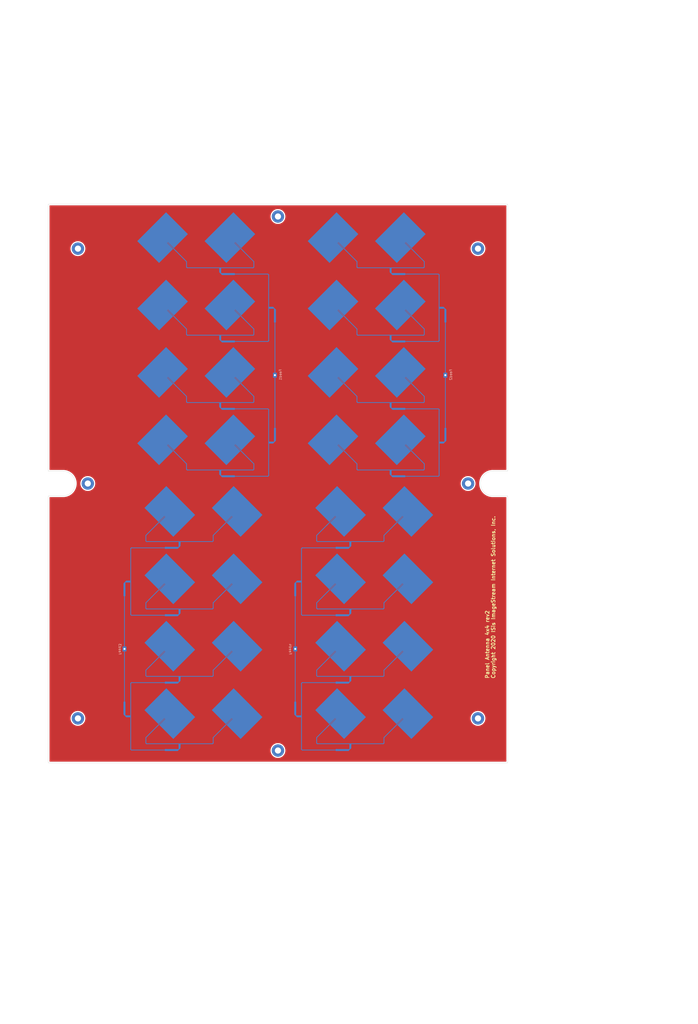
<source format=kicad_pcb>
(kicad_pcb (version 20210108) (generator pcbnew)
  (layers (0 "F.Cu" signal) (31 "B.Cu" signal) (34 "B.Paste" user) (35 "F.Paste" user) (36 "B.SilkS" user "B.Silkscreen") (37 "F.SilkS" user "F.Silkscreen") (38 "B.Mask" user) (39 "F.Mask" user) (44 "Edge.Cuts" user))
  (net 0 "")
  (net 1 "GND")
  (net 2 "/A1E1")
  (net 3 "/A1E2")
  (net 4 "/A1E3S2")
  (net 5 "/A1E3")
  (net 6 "/A1E4")
  (net 7 "/A1E5")
  (net 8 "/A1E6")
  (net 9 "/A1E7")
  (net 10 "/A1E8")
  (net 11 "/A1P1")
  (footprint "MountingHole:MountingHole_2.5mm_Pad_TopBottom" (layer "F.Cu") (at 93 5)
    (fp_text reference "H10" hide)
    (fp_text value "Mounting Hole")
  )
  (footprint "MountingHole:MountingHole_2.5mm_Pad_TopBottom" (layer "F.Cu") (at 170 113)
    (fp_text reference "H12" hide)
    (fp_text value "Mounting Hole")
  )
  (footprint "MountingHole:MountingHole_2.5mm_Pad_TopBottom" (layer "F.Cu") (at 174 208 90)
    (fp_text reference "H4" hide)
    (fp_text value "Mounting Hole")
  )
  (footprint "MountingHole:MountingHole_2.5mm_Pad_TopBottom" (layer "F.Cu") (at 93 221)
    (fp_text reference "H9" hide)
    (fp_text value "Mounting Hole")
  )
  (footprint "MountingHole:MountingHole_2.5mm_Pad_TopBottom" (layer "F.Cu") (at 174 18)
    (fp_text reference "H2" hide)
    (fp_text value "Mounting Hole")
  )
  (footprint "MountingHole:MountingHole_2.5mm_Pad_TopBottom" (layer "F.Cu") (at 12 208)
    (fp_text reference "H3" hide)
    (fp_text value "Mounting Hole")
  )
  (footprint "MountingHole:MountingHole_2.5mm_Pad_TopBottom" (layer "F.Cu") (at 12 18)
    (fp_text reference "H1" hide)
    (fp_text value "Mounting Hole")
  )
  (footprint "MountingHole:MountingHole_2.5mm_Pad_TopBottom" (layer "F.Cu") (at 16 113)
    (fp_text reference "H11" hide)
    (fp_text value "Mounting Hole")
  )
  (footprint "Scott:PanelAnt5.0_V_UP_100R" (layer "B.Cu") (at 46.28 13.54 45)
    (fp_text reference "AE5" hide)
    (fp_text value "Antenna" hide)
  )
  (footprint "Scott:PanelAnt5.0_V_UP_100R" (layer "B.Cu") (at 49.208296 178.81 -45)
    (fp_text reference "AE5" hide)
    (fp_text value "Antenna" hide)
  )
  (footprint "Scott-RF-JLCPCB-1.2mm7628-4layer:RF-Transformer-70.71ohm" (layer "B.Cu") (at 53.148296 193.54)
    (fp_text reference "REF**" hide)
    (fp_text value "RF-Transformer-70.71ohm" hide)
  )
  (footprint "Scott:PanelAnt5.0_V_UP_100R" (layer "B.Cu") (at 76.468296 124.29 -45)
    (fp_text reference "AE7" hide)
    (fp_text value "Antenna" hide)
  )
  (footprint "Scott:PanelAnt5.0_V_UP_100R" (layer "B.Cu") (at 142.56 95.32 45)
    (fp_text reference "AE4" hide)
    (fp_text value "Antenna" hide)
  )
  (footprint "Scott-RF-JLCPCB-1.2mm7628-4layer:RF-Transformer-70.71ohm" (layer "B.Cu") (at 122.305 139.02)
    (fp_text reference "REF**" hide)
    (fp_text value "RF-Transformer-70.71ohm" hide)
  )
  (footprint "Scott-RF-JLCPCB-1.2mm7628-4layer:RF-Angle-100ohm" (layer "B.Cu") (at 108.673864 218.251704 -90)
    (fp_text reference "AA5" hide)
    (fp_text value "RFAngle" hide)
  )
  (footprint "Scott:Flat_Ant_Hole" (layer "B.Cu") (at 91.77 69.175 90)
    (fp_text reference "Feed1")
    (fp_text value "Feed1")
  )
  (footprint "Scott-RF-JLCPCB-1.2mm7628-4layer:RF-Transformer-70.71ohm-Right" (layer "B.Cu") (at 69.615 82.805)
    (fp_text reference "REF**" hide)
    (fp_text value "RF-Transformer-70.71ohm-Right" hide)
  )
  (footprint "Scott-RF-JLCPCB-1.2mm7628-4layer:RF-Angle-100ohm" (layer "B.Cu") (at 102.545 139.02 180)
    (fp_text reference "AA5" hide)
    (fp_text value "RFAngle" hide)
  )
  (footprint "Scott-RF-JLCPCB-1.2mm7628-4layer:RF-Transformer-70.71ohm-Right" (layer "B.Cu") (at 91.785 96.435 90)
    (fp_text reference "REF**" hide)
    (fp_text value "RF-Transformer-70.71ohm-Right" hide)
  )
  (footprint "Scott:PanelAnt5.0_V_UP_100R" (layer "B.Cu") (at 145.625 124.29 -45)
    (fp_text reference "AE7" hide)
    (fp_text value "Antenna" hide)
  )
  (footprint "Scott-RF-JLCPCB-1.2mm7628-4layer:RF-Transformer-70.71ohm" (layer "B.Cu") (at 122.305 193.54)
    (fp_text reference "REF**" hide)
    (fp_text value "RF-Transformer-70.71ohm" hide)
  )
  (footprint "Scott-RF-JLCPCB-1.2mm7628-4layer:RF-Transformer-70.71ohm" (layer "B.Cu") (at 100 207.17 -90)
    (fp_text reference "REF**" hide)
    (fp_text value "RF-Transformer-70.71ohm" hide)
  )
  (footprint "Scott:PanelAnt5.0_V_UP_100R" (layer "B.Cu") (at 115.3 95.32 45)
    (fp_text reference "AE2" hide)
    (fp_text value "Antenna" hide)
  )
  (footprint "Scott:PanelAnt5.0_V_UP_100R" (layer "B.Cu") (at 73.54 40.8 45)
    (fp_text reference "AE8" hide)
    (fp_text value "Antenna" hide)
  )
  (footprint "Scott-RF-JLCPCB-1.2mm7628-4layer:RF-Transformer-70.71ohm" (layer "B.Cu") (at 53.148296 166.28)
    (fp_text reference "REF**" hide)
    (fp_text value "RF-Transformer-70.71ohm" hide)
  )
  (footprint "Scott:PanelAnt5.0_V_UP_100R" (layer "B.Cu") (at 76.468296 178.81 -45)
    (fp_text reference "AE7" hide)
    (fp_text value "Antenna" hide)
  )
  (footprint "Scott:PanelAnt5.0_V_UP_100R" (layer "B.Cu") (at 49.208296 124.29 -45)
    (fp_text reference "AE5" hide)
    (fp_text value "Antenna" hide)
  )
  (footprint "Scott:PanelAnt5.0_V_UP_100R" (layer "B.Cu") (at 115.3 13.54 45)
    (fp_text reference "AE5" hide)
    (fp_text value "Antenna" hide)
  )
  (footprint "Scott-RF-JLCPCB-1.2mm7628-4layer:RF-Transformer-70.71ohm-Right" (layer "B.Cu") (at 69.615 110.065)
    (fp_text reference "REF**" hide)
    (fp_text value "RF-Transformer-70.71ohm-Right" hide)
  )
  (footprint "Scott-RF-JLCPCB-1.2mm7628-4layer:RF-Transformer-70.71ohm-Right" (layer "B.Cu") (at 69.615 55.545)
    (fp_text reference "REF**" hide)
    (fp_text value "RF-Transformer-70.71ohm-Right" hide)
  )
  (footprint "Scott-RF-JLCPCB-1.2mm7628-4layer:RF-Transformer-70.71ohm-Right" (layer "B.Cu") (at 69.615 28.285)
    (fp_text reference "REF**" hide)
    (fp_text value "RF-Transformer-70.71ohm-Right" hide)
  )
  (footprint "Scott-RF-JLCPCB-1.2mm7628-4layer:RF-Angle-100ohm" (layer "B.Cu") (at 102.545 220.8 -90)
    (fp_text reference "AA5" hide)
    (fp_text value "RFAngle" hide)
  )
  (footprint "Scott:PanelAnt5.0_V_UP_100R" (layer "B.Cu") (at 118.365 124.29 -45)
    (fp_text reference "AE5" hide)
    (fp_text value "Antenna" hide)
  )
  (footprint "Scott-RF-JLCPCB-1.2mm7628-4layer:RF-Angle-100ohm" (layer "B.Cu") (at 158.26 55.545)
    (fp_text reference "AA5" hide)
    (fp_text value "RFAngle" hide)
  )
  (footprint "Scott:PanelAnt5.0_V_UP_100R" (layer "B.Cu") (at 46.28 40.8 45)
    (fp_text reference "AE6" hide)
    (fp_text value "Antenna" hide)
  )
  (footprint "Scott-RF-JLCPCB-1.2mm7628-4layer:RF-Angle-100ohm" (layer "B.Cu") (at 39.518296 136.475 -90)
    (fp_text reference "AA5" hide)
    (fp_text value "RFAngle" hide)
  )
  (footprint "Scott-RF-JLCPCB-1.2mm7628-4layer:RF-Angle-100ohm" (layer "B.Cu") (at 158.26 110.065)
    (fp_text reference "AA5" hide)
    (fp_text value "RFAngle" hide)
  )
  (footprint "Scott-RF-JLCPCB-1.2mm7628-4layer:RF-Transformer-70.71ohm" (layer "B.Cu") (at 122.305 166.28)
    (fp_text reference "REF**" hide)
    (fp_text value "RF-Transformer-70.71ohm" hide)
  )
  (footprint "Scott-RF-JLCPCB-1.2mm7628-4layer:RF-Transformer-70.71ohm-Right" (layer "B.Cu") (at 138.635 28.285)
    (fp_text reference "REF**" hide)
    (fp_text value "RF-Transformer-70.71ohm-Right" hide)
  )
  (footprint "Scott-RF-JLCPCB-1.2mm7628-4layer:RF-Angle-100ohm" (layer "B.Cu") (at 108.675 136.475 -90)
    (fp_text reference "AA5" hide)
    (fp_text value "RFAngle" hide)
  )
  (footprint "Scott:PanelAnt5.0_V_UP_100R" (layer "B.Cu") (at 145.625 206.07 -45)
    (fp_text reference "AE8" hide)
    (fp_text value "Antenna" hide)
  )
  (footprint "Scott:PanelAnt5.0_V_UP_100R" (layer "B.Cu") (at 145.625 178.81 -45)
    (fp_text reference "AE7" hide)
    (fp_text value "Antenna" hide)
  )
  (footprint "Scott-RF-JLCPCB-1.2mm7628-4layer:RF-Angle-100ohm" (layer "B.Cu") (at 135.935 136.475)
    (fp_text reference "AA5" hide)
    (fp_text value "RFAngle" hide)
  )
  (footprint "Scott:PanelAnt5.0_V_UP_100R" (layer "B.Cu") (at 118.365 151.55 -45)
    (fp_text reference "AE6" hide)
    (fp_text value "Antenna" hide)
  )
  (footprint "Scott-RF-JLCPCB-1.2mm7628-4layer:RF-Angle-100ohm" (layer "B.Cu") (at 135.933864 163.731704)
    (fp_text reference "AA5" hide)
    (fp_text value "RFAngle" hide)
  )
  (footprint "Scott-RF-JLCPCB-1.2mm7628-4layer:RF-Angle-100ohm" (layer "B.Cu") (at 89.24 110.065)
    (fp_text reference "AA5" hide)
    (fp_text value "RFAngle" hide)
  )
  (footprint "Scott-RF-JLCPCB-1.2mm7628-4layer:RF-Transformer-70.71ohm-Right" (layer "B.Cu") (at 160.805 96.435 90)
    (fp_text reference "REF**" hide)
    (fp_text value "RF-Transformer-70.71ohm-Right" hide)
  )
  (footprint "Scott-RF-JLCPCB-1.2mm7628-4layer:RF-Transformer-70.71ohm-Right" (layer "B.Cu") (at 30.843296 152.65 -90)
    (fp_text reference "REF**" hide)
    (fp_text value "RF-Transformer-70.71ohm-Right" hide)
  )
  (footprint "Scott-RF-JLCPCB-1.2mm7628-4layer:RF-Angle-100ohm" (layer "B.Cu") (at 158.26 28.285 90)
    (fp_text reference "AA5" hide)
    (fp_text value "RFAngle" hide)
  )
  (footprint "Scott:PanelAnt5.0_V_UP_100R" (layer "B.Cu") (at 76.468296 151.55 -45)
    (fp_text reference "AE8" hide)
    (fp_text value "Antenna" hide)
  )
  (footprint "Scott:Flat_Ant_Hole" (layer "B.Cu") (at 30.858296 179.91 -90)
    (fp_text reference "Feed3")
    (fp_text value "Feed1")
  )
  (footprint "Scott:PanelAnt5.0_V_UP_100R" (layer "B.Cu") (at 142.56 40.8 45)
    (fp_text reference "AE8" hide)
    (fp_text value "Antenna" hide)
  )
  (footprint "Scott-RF-JLCPCB-1.2mm7628-4layer:RF-Transformer-70.71ohm-Right" (layer "B.Cu") (at 138.635 55.545)
    (fp_text reference "REF**" hide)
    (fp_text value "RF-Transformer-70.71ohm-Right" hide)
  )
  (footprint "Scott-RF-JLCPCB-1.2mm7628-4layer:RF-Angle-100ohm" (layer "B.Cu") (at 125 80.26 -90)
    (fp_text reference "AA5" hide)
    (fp_text value "RFAngle" hide)
  )
  (footprint "Scott:PanelAnt5.0_V_UP_100R" (layer "B.Cu") (at 118.365 206.07 -45)
    (fp_text reference "AE6" hide)
    (fp_text value "Antenna" hide)
  )
  (footprint "Scott:PanelAnt5.0_V_UP_100R" (layer "B.Cu") (at 49.208296 151.55 -45)
    (fp_text reference "AE6" hide)
    (fp_text value "Antenna" hide)
  )
  (footprint "Scott-RF-JLCPCB-1.2mm7628-4layer:RF-Angle-100ohm" (layer "B.Cu") (at 83.24 107.52)
    (fp_text reference "AA5" hide)
    (fp_text value "RFAngle" hide)
  )
  (footprint "Scott-RF-JLCPCB-1.2mm7628-4layer:RF-Angle-100ohm" (layer "B.Cu") (at 108.675 190.995 -90)
    (fp_text reference "AA5" hide)
    (fp_text value "RFAngle" hide)
  )
  (footprint "Scott-RF-JLCPCB-1.2mm7628-4layer:RF-Transformer-70.71ohm" (layer "B.Cu") (at 122.305 220.8)
    (fp_text reference "REF**" hide)
    (fp_text value "RF-Transformer-70.71ohm" hide)
  )
  (footprint "Scott-RF-JLCPCB-1.2mm7628-4layer:RF-Angle-100ohm" (layer "B.Cu") (at 55.98 107.52 -90)
    (fp_text reference "AA5" hide)
    (fp_text value "RFAngle" hide)
  )
  (footprint "Scott-RF-JLCPCB-1.2mm7628-4layer:RF-Angle-100ohm" (layer "B.Cu") (at 89.24 82.805 90)
    (fp_text reference "AA5" hide)
    (fp_text value "RFAngle" hide)
  )
  (footprint "Scott-RF-JLCPCB-1.2mm7628-4layer:RF-Angle-100ohm" (layer "B.Cu") (at 39.51716 218.251704 -90)
    (fp_text reference "AA5" hide)
    (fp_text value "RFAngle" hide)
  )
  (footprint "Scott:PanelAnt5.0_V_UP_100R" (layer "B.Cu") (at 118.365 178.81 -45)
    (fp_text reference "AE5" hide)
    (fp_text value "Antenna" hide)
  )
  (footprint "Scott-RF-JLCPCB-1.2mm7628-4layer:RF-Angle-100ohm" (layer "B.Cu") (at 158.26 82.805 90)
    (fp_text reference "AA5" hide)
    (fp_text value "RFAngle" hide)
  )
  (footprint "Scott-RF-JLCPCB-1.2mm7628-4layer:RF-Angle-100ohm" (layer "B.Cu") (at 89.24 28.285 90)
    (fp_text reference "AA5" hide)
    (fp_text value "RFAngle" hide)
  )
  (footprint "Scott-RF-JLCPCB-1.2mm7628-4layer:RF-Angle-100ohm" (layer "B.Cu") (at 102.545 193.54 180)
    (fp_text reference "AA5" hide)
    (fp_text value "RFAngle" hide)
  )
  (footprint "Scott-RF-JLCPCB-1.2mm7628-4layer:RF-Angle-100ohm" (layer "B.Cu") (at 102.545 166.28 -90)
    (fp_text reference "AA5" hide)
    (fp_text value "RFAngle" hide)
  )
  (footprint "Scott-RF-JLCPCB-1.2mm7628-4layer:RF-Angle-100ohm" (layer "B.Cu") (at 83.24 80.26)
    (fp_text reference "AA5" hide)
    (fp_text value "RFAngle" hide)
  )
  (footprint "Scott-RF-JLCPCB-1.2mm7628-4layer:RF-Angle-100ohm" (layer "B.Cu") (at 55.98 53 -90)
    (fp_text reference "AA5" hide)
    (fp_text value "RFAngle" hide)
  )
  (footprint "Scott-RF-JLCPCB-1.2mm7628-4layer:RF-Angle-100ohm" (layer "B.Cu") (at 89.24 55.545)
    (fp_text reference "AA5" hide)
    (fp_text value "RFAngle" hide)
  )
  (footprint "Scott-RF-JLCPCB-1.2mm7628-4layer:RF-Angle-100ohm" (layer "B.Cu") (at 33.388296 139.02 180)
    (fp_text reference "AA5" hide)
    (fp_text value "RFAngle" hide)
  )
  (footprint "Scott-RF-JLCPCB-1.2mm7628-4layer:RF-Transformer-70.71ohm" (layer "B.Cu") (at 53.148296 220.8)
    (fp_text reference "REF**" hide)
    (fp_text value "RF-Transformer-70.71ohm" hide)
  )
  (footprint "Scott-RF-JLCPCB-1.2mm7628-4layer:RF-Angle-100ohm" (layer "B.Cu") (at 125 25.74 -90)
    (fp_text reference "AA5" hide)
    (fp_text value "RFAngle" hide)
  )
  (footprint "Scott-RF-JLCPCB-1.2mm7628-4layer:RF-Transformer-70.71ohm" (layer "B.Cu") (at 91.785 41.915 90)
    (fp_text reference "REF**" hide)
    (fp_text value "RF-Transformer-70.71ohm" hide)
  )
  (footprint "Scott-RF-JLCPCB-1.2mm7628-4layer:RF-Angle-100ohm" (layer "B.Cu") (at 152.26 25.74)
    (fp_text reference "AA5" hide)
    (fp_text value "RFAngle" hide)
  )
  (footprint "Scott-RF-JLCPCB-1.2mm7628-4layer:RF-Transformer-70.71ohm" (layer "B.Cu") (at 53.148296 139.02)
    (fp_text reference "REF**" hide)
    (fp_text value "RF-Transformer-70.71ohm" hide)
  )
  (footprint "Scott-RF-JLCPCB-1.2mm7628-4layer:RF-Angle-100ohm" (layer "B.Cu") (at 152.26 107.52)
    (fp_text reference "AA5" hide)
    (fp_text value "RFAngle" hide)
  )
  (footprint "Scott-RF-JLCPCB-1.2mm7628-4layer:RF-Angle-100ohm" (layer "B.Cu") (at 135.933864 218.251704)
    (fp_text reference "AA5" hide)
    (fp_text value "RFAngle" hide)
  )
  (footprint "Scott:Flat_Ant_Hole" (layer "B.Cu") (at 100.015 179.91 -90)
    (fp_text reference "Feed4")
    (fp_text value "Feed1")
  )
  (footprint "Scott:PanelAnt5.0_V_UP_100R" (layer "B.Cu") (at 73.54 13.54 45)
    (fp_text reference "AE7" hide)
    (fp_text value "Antenna" hide)
  )
  (footprint "Scott:PanelAnt5.0_V_UP_100R" (layer "B.Cu") (at 46.28 68.06 45)
    (fp_text reference "AE1" hide)
    (fp_text value "Antenna" hide)
  )
  (footprint "Scott-RF-JLCPCB-1.2mm7628-4layer:RF-Angle-100ohm" (layer "B.Cu") (at 39.51716 163.731704 -90)
    (fp_text reference "AA5" hide)
    (fp_text value "RFAngle" hide)
  )
  (footprint "Scott-RF-JLCPCB-1.2mm7628-4layer:RF-Transformer-70.71ohm-Right" (layer "B.Cu") (at 100 152.65 -90)
    (fp_text reference "REF**" hide)
    (fp_text value "RF-Transformer-70.71ohm-Right" hide)
  )
  (footprint "Scott-RF-JLCPCB-1.2mm7628-4layer:RF-Angle-100ohm" (layer "B.Cu") (at 39.518296 190.995 -90)
    (fp_text reference "AA5" hide)
    (fp_text value "RFAngle" hide)
  )
  (footprint "Scott-RF-JLCPCB-1.2mm7628-4layer:RF-Angle-100ohm" (layer "B.Cu") (at 33.388296 166.28 -90)
    (fp_text reference "AA5" hide)
    (fp_text value "RFAngle" hide)
  )
  (footprint "Scott:PanelAnt5.0_V_UP_100R" (layer "B.Cu") (at 73.54 95.32 45)
    (fp_text reference "AE4" hide)
    (fp_text value "Antenna" hide)
  )
  (footprint "Scott:PanelAnt5.0_V_UP_100R" (layer "B.Cu") (at 142.56 68.06 45)
    (fp_text reference "AE3" hide)
    (fp_text value "Antenna" hide)
  )
  (footprint "Scott-RF-JLCPCB-1.2mm7628-4layer:RF-Angle-100ohm" (layer "B.Cu") (at 55.98 80.26 -90)
    (fp_text reference "AA5" hide)
    (fp_text value "RFAngle" hide)
  )
  (footprint "Scott:PanelAnt5.0_V_UP_100R" (layer "B.Cu") (at 142.56 13.54 45)
    (fp_text reference "AE7" hide)
    (fp_text value "Antenna" hide)
  )
  (footprint "Scott-RF-JLCPCB-1.2mm7628-4layer:RF-Angle-100ohm" (layer "B.Cu") (at 55.98 25.74 -90)
    (fp_text reference "AA5" hide)
    (fp_text value "RFAngle" hide)
  )
  (footprint "Scott:PanelAnt5.0_V_UP_100R" (layer "B.Cu") (at 46.28 95.32 45)
    (fp_text reference "AE2" hide)
    (fp_text value "Antenna" hide)
  )
  (footprint "Scott:Flat_Ant_Hole" (layer "B.Cu") (at 160.79 69.175 90)
    (fp_text reference "Feed2")
    (fp_text value "Feed1")
  )
  (footprint "Scott-RF-JLCPCB-1.2mm7628-4layer:RF-Angle-100ohm" (layer "B.Cu") (at 152.26 80.26)
    (fp_text reference "AA5" hide)
    (fp_text value "RFAngle" hide)
  )
  (footprint "Scott-RF-JLCPCB-1.2mm7628-4layer:RF-Transformer-70.71ohm-Right" (layer "B.Cu") (at 138.635 82.805)
    (fp_text reference "REF**" hide)
    (fp_text value "RF-Transformer-70.71ohm-Right" hide)
  )
  (footprint "Scott-RF-JLCPCB-1.2mm7628-4layer:RF-Transformer-70.71ohm-Right" (layer "B.Cu") (at 138.635 110.065)
    (fp_text reference "REF**" hide)
    (fp_text value "RF-Transformer-70.71ohm-Right" hide)
  )
  (footprint "Scott-RF-JLCPCB-1.2mm7628-4layer:RF-Angle-100ohm" (layer "B.Cu") (at 83.24 53)
    (fp_text reference "AA5" hide)
    (fp_text value "RFAngle" hide)
  )
  (footprint "Scott-RF-JLCPCB-1.2mm7628-4layer:RF-Angle-100ohm" (layer "B.Cu") (at 66.77716 163.731704)
    (fp_text reference "AA5" hide)
    (fp_text value "RFAngle" hide)
  )
  (footprint "Scott:PanelAnt5.0_V_UP_100R" (layer "B.Cu") (at 73.54 68.06 45)
    (fp_text reference "AE3" hide)
    (fp_text value "Antenna" hide)
  )
  (footprint "Scott-RF-JLCPCB-1.2mm7628-4layer:RF-Angle-100ohm" (layer "B.Cu") (at 135.935 190.995)
    (fp_text reference "AA5" hide)
    (fp_text value "RFAngle" hide)
  )
  (footprint "Scott-RF-JLCPCB-1.2mm7628-4layer:RF-Angle-100ohm" (layer "B.Cu") (at 125 53 -90)
    (fp_text reference "AA5" hide)
    (fp_text value "RFAngle" hide)
  )
  (footprint "Scott-RF-JLCPCB-1.2mm7628-4layer:RF-Angle-100ohm" (layer "B.Cu") (at 33.388296 220.8 -90)
    (fp_text reference "AA5" hide)
    (fp_text value "RFAngle" hide)
  )
  (footprint "Scott-RF-JLCPCB-1.2mm7628-4layer:RF-Transformer-70.71ohm" (layer "B.Cu") (at 160.805 41.915 90)
    (fp_text reference "REF**" hide)
    (fp_text value "RF-Transformer-70.71ohm" hide)
  )
  (footprint "Scott-RF-JLCPCB-1.2mm7628-4layer:RF-Angle-100ohm" (layer "B.Cu") (at 108.673864 163.731704 -90)
    (fp_text reference "AA5" hide)
    (fp_text value "RFAngle" hide)
  )
  (footprint "Scott:PanelAnt5.0_V_UP_100R" (layer "B.Cu") (at 49.208296 206.07 -45)
    (fp_text reference "AE6" hide)
    (fp_text value "Antenna" hide)
  )
  (footprint "Scott-RF-JLCPCB-1.2mm7628-4layer:RF-Angle-100ohm" (layer "B.Cu") (at 66.77716 218.251704)
    (fp_text reference "AA5" hide)
    (fp_text value "RFAngle" hide)
  )
  (footprint "Scott-RF-JLCPCB-1.2mm7628-4layer:RF-Transformer-70.71ohm" (layer "B.Cu") (at 30.843296 207.17 -90)
    (fp_text reference "REF**" hide)
    (fp_text value "RF-Transformer-70.71ohm" hide)
  )
  (footprint "Scott:PanelAnt5.0_V_UP_100R" (layer "B.Cu") (at 145.625 151.55 -45)
    (fp_text reference "AE8" hide)
    (fp_text value "Antenna" hide)
  )
  (footprint "Scott-RF-JLCPCB-1.2mm7628-4layer:RF-Angle-100ohm" (layer "B.Cu") (at 33.388296 193.54 180)
    (fp_text reference "AA5" hide)
    (fp_text value "RFAngle" hide)
  )
  (footprint "Scott-RF-JLCPCB-1.2mm7628-4layer:RF-Angle-100ohm" (layer "B.Cu") (at 66.778296 190.995)
    (fp_text reference "AA5" hide)
    (fp_text value "RFAngle" hide)
  )
  (footprint "Scott-RF-JLCPCB-1.2mm7628-4layer:RF-Angle-100ohm" (layer "B.Cu") (at 125 107.52 -90)
    (fp_text reference "AA5" hide)
    (fp_text value "RFAngle" hide)
  )
  (footprint "Scott:PanelAnt5.0_V_UP_100R" (layer "B.Cu") (at 115.3 68.06 45)
    (fp_text reference "AE1" hide)
    (fp_text value "Antenna" hide)
  )
  (footprint "Scott:PanelAnt5.0_V_UP_100R" (layer "B.Cu") (at 115.3 40.8 45)
    (fp_text reference "AE6" hide)
    (fp_text value "Antenna" hide)
  )
  (footprint "Scott-RF-JLCPCB-1.2mm7628-4layer:RF-Angle-100ohm" (layer "B.Cu") (at 83.24 25.74)
    (fp_text reference "AA5" hide)
    (fp_text value "RFAngle" hide)
  )
  (footprint "Scott:PanelAnt5.0_V_UP_100R" (layer "B.Cu") (at 76.468296 206.07 -45)
    (fp_text reference "AE8" hide)
    (fp_text value "Antenna" hide)
  )
  (footprint "Scott-RF-JLCPCB-1.2mm7628-4layer:RF-Angle-100ohm" (layer "B.Cu") (at 152.26 53)
    (fp_text reference "AA5" hide)
    (fp_text value "RFAngle" hide)
  )
  (footprint "Scott-RF-JLCPCB-1.2mm7628-4layer:RF-Angle-100ohm" (layer "B.Cu") (at 66.778296 136.475)
    (fp_text reference "AA5" hide)
    (fp_text value "RFAngle" hide)
  )
  (gr_line (start 6 118) (end 0 118) (layer "Edge.Cuts") (width 0.1))
  (gr_line (start 186 118) (end 186 226) (layer "Edge.Cuts") (width 0.1))
  (gr_line (start 180 108) (end 186 108) (layer "Edge.Cuts") (width 0.1))
  (gr_line (start 0 0) (end 186 0) (layer "Edge.Cuts") (width 0.1))
  (gr_arc (start 6 113) (end 6 118) (angle -180) (layer "Edge.Cuts") (width 0.1))
  (gr_line (start 0 226) (end 0 118) (layer "Edge.Cuts") (width 0.1))
  (gr_arc (start 180 113) (end 180 108) (angle -180) (layer "Edge.Cuts") (width 0.1))
  (gr_line (start 180 118) (end 186 118) (layer "Edge.Cuts") (width 0.1))
  (gr_line (start 0 108) (end 0 0) (layer "Edge.Cuts") (width 0.1))
  (gr_line (start 0 226) (end 186 226) (layer "Edge.Cuts") (width 0.1))
  (gr_line (start 6 108) (end 0 108) (layer "Edge.Cuts") (width 0.1))
  (gr_line (start 186 0) (end 186 108) (layer "Edge.Cuts") (width 0.1))
  (gr_text "Panel Antenna 4x4 rev2\nCopyright 2020 ISis ImageStream Internet Solutions, Inc." (at 179 192 90) (layer "F.SilkS") (effects (font (size 1.5 1.5) (thickness 0.3)) (justify left)))
  (segment (start 55.98 23.245) (end 54.98 22.245) (width 0.3082) (layer "B.Cu") (net 4))
  (segment (start 43.748296 157.005568) (end 39.51716 161.236704) (width 0.3082) (layer "B.Cu") (net 4))
  (segment (start 39.518296 136.19) (end 39.518296 133.98) (width 0.3082) (layer "B.Cu") (net 4))
  (segment (start 55.98 79.975) (end 55.98 77.765) (width 0.3082) (layer "B.Cu") (net 4))
  (segment (start 125 107.235) (end 125 105.025) (width 0.3082) (layer "B.Cu") (net 4))
  (segment (start 124 76.76) (end 120.78 73.54) (width 0.3082) (layer "B.Cu") (net 4))
  (segment (start 158.26 28.606) (end 158.26 55.215) (width 0.3082) (layer "B.Cu") (net 4))
  (segment (start 39.518296 190.71) (end 39.518296 188.5) (width 0.3082) (layer "B.Cu") (net 4))
  (segment (start 43.748296 211.525568) (end 39.51716 215.756704) (width 0.3082) (layer "B.Cu") (net 4))
  (segment (start 108.673864 217.966704) (end 108.673864 215.756704) (width 0.3082) (layer "B.Cu") (net 4))
  (segment (start 54.98 22.245) (end 54.98 22.24) (width 0.3082) (layer "B.Cu") (net 4))
  (segment (start 33.709296 139.02) (end 47.358296 139.02) (width 0.3082) (layer "B.Cu") (net 4))
  (segment (start 54.98 76.765) (end 54.98 76.76) (width 0.3082) (layer "B.Cu") (net 4))
  (segment (start 54.98 104.02) (end 51.74 100.78) (width 0.3082) (layer "B.Cu") (net 4))
  (segment (start 33.388296 220.479) (end 33.388296 193.87) (width 0.3082) (layer "B.Cu") (net 4))
  (segment (start 124 104.025) (end 124 104.02) (width 0.3082) (layer "B.Cu") (net 4))
  (segment (start 157.939 55.545) (end 144.29 55.545) (width 0.3082) (layer "B.Cu") (net 4))
  (segment (start 89.24 28.606) (end 89.24 55.215) (width 0.3082) (layer "B.Cu") (net 4))
  (segment (start 124 22.245) (end 124 22.24) (width 0.3082) (layer "B.Cu") (net 4))
  (segment (start 55.98 50.505) (end 55.98 52.715) (width 0.3082) (layer "B.Cu") (net 4))
  (segment (start 54.98 76.76) (end 51.76 73.54) (width 0.3082) (layer "B.Cu") (net 4))
  (segment (start 157.939 110.065) (end 144.29 110.065) (width 0.3082) (layer "B.Cu") (net 4))
  (segment (start 55.98 77.765) (end 54.98 76.765) (width 0.3082) (layer "B.Cu") (net 4))
  (segment (start 158.26 83.126) (end 158.26 109.735) (width 0.3082) (layer "B.Cu") (net 4))
  (segment (start 102.866 193.54) (end 116.515 193.54) (width 0.3082) (layer "B.Cu") (net 4))
  (segment (start 124 76.765) (end 124 76.76) (width 0.3082) (layer "B.Cu") (net 4))
  (segment (start 125 77.765) (end 124 76.765) (width 0.3082) (layer "B.Cu") (net 4))
  (segment (start 54.98 22.24) (end 51.75 19.01) (width 0.3082) (layer "B.Cu") (net 4))
  (segment (start 108.675 190.71) (end 108.675 188.5) (width 0.3082) (layer "B.Cu") (net 4))
  (segment (start 55.98 105.025) (end 54.98 104.025) (width 0.3082) (layer "B.Cu") (net 4))
  (segment (start 55.98 107.235) (end 55.98 105.025) (width 0.3082) (layer "B.Cu") (net 4))
  (segment (start 55.98 25.455) (end 55.98 23.245) (width 0.3082) (layer "B.Cu") (net 4))
  (segment (start 54.98 104.025) (end 54.98 104.02) (width 0.3082) (layer "B.Cu") (net 4))
  (segment (start 125 79.975) (end 125 77.765) (width 0.3082) (layer "B.Cu") (net 4))
  (segment (start 124 22.24) (end 120.77 19.01) (width 0.3082) (layer "B.Cu") (net 4))
  (segment (start 112.905 211.525568) (end 108.673864 215.756704) (width 0.3082) (layer "B.Cu") (net 4))
  (segment (start 88.919 110.065) (end 75.27 110.065) (width 0.3082) (layer "B.Cu") (net 4))
  (segment (start 89.24 83.126) (end 89.24 109.735) (width 0.3082) (layer "B.Cu") (net 4))
  (segment (start 88.919 55.545) (end 75.27 55.545) (width 0.3082) (layer "B.Cu") (net 4))
  (segment (start 102.866 139.02) (end 116.515 139.02) (width 0.3082) (layer "B.Cu") (net 4))
  (segment (start 124 104.02) (end 120.76 100.78) (width 0.3082) (layer "B.Cu") (net 4))
  (segment (start 112.905 157.005568) (end 108.673864 161.236704) (width 0.3082) (layer "B.Cu") (net 4))
  (segment (start 102.545 165.959) (end 102.545 139.35) (width 0.3082) (layer "B.Cu") (net 4))
  (segment (start 39.51716 217.966704) (end 39.51716 215.756704) (width 0.3082) (layer "B.Cu") (net 4))
  (segment (start 125 105.025) (end 124 104.025) (width 0.3082) (layer "B.Cu") (net 4))
  (segment (start 108.673864 163.446704) (end 108.673864 161.236704) (width 0.3082) (layer "B.Cu") (net 4))
  (segment (start 125 50.505) (end 125 52.715) (width 0.3082) (layer "B.Cu") (net 4))
  (segment (start 39.51716 163.446704) (end 39.51716 161.236704) (width 0.3082) (layer "B.Cu") (net 4))
  (segment (start 125 25.455) (end 125 23.245) (width 0.3082) (layer "B.Cu") (net 4))
  (segment (start 125 23.245) (end 124 22.245) (width 0.3082) (layer "B.Cu") (net 4))
  (segment (start 33.388296 165.959) (end 33.388296 139.35) (width 0.3082) (layer "B.Cu") (net 4))
  (segment (start 33.709296 193.54) (end 47.358296 193.54) (width 0.3082) (layer "B.Cu") (net 4))
  (segment (start 108.675 136.19) (end 108.675 133.98) (width 0.3082) (layer "B.Cu") (net 4))
  (segment (start 102.545 220.479) (end 102.545 193.87) (width 0.3082) (layer "B.Cu") (net 4))
  (segment (start 39.849296 190.995) (end 66.468296 190.995) (width 0.3082) (layer "B.Cu") (net 5))
  (segment (start 82.24 49.505) (end 79 46.265) (width 0.3082) (layer "B.Cu") (net 5))
  (segment (start 152.26 79.944) (end 152.26 77.76) (width 0.3082) (layer "B.Cu") (net 5))
  (segment (start 151.26 22.245) (end 148.05 19.035) (width 0.3082) (layer "B.Cu") (net 5))
  (segment (start 152.26 23.245) (end 152.26 25.424) (width 0.3082) (layer "B.Cu") (net 5))
  (segment (start 83.24 107.204) (end 83.24 105.025) (width 0.3082) (layer "B.Cu") (net 5))
  (segment (start 151.115 184.305) (end 151.115 184.3) (width 0.3082) (layer "B.Cu") (net 5))
  (segment (start 79 46.265) (end 79 46.26) (width 0.3082) (layer "B.Cu") (net 5))
  (segment (start 151.26 104.02) (end 148.04 100.8) (width 0.3082) (layer "B.Cu") (net 5))
  (segment (start 39.84816 218.251704) (end 66.46716 218.251704) (width 0.3082) (layer "B.Cu") (net 5))
  (segment (start 66.778296 133.98) (end 66.778296 136.159) (width 0.3082) (layer "B.Cu") (net 5))
  (segment (start 152.26 107.204) (end 152.26 105.025) (width 0.3082) (layer "B.Cu") (net 5))
  (segment (start 140.165 211.525568) (end 135.933864 215.756704) (width 0.3082) (layer "B.Cu") (net 5))
  (segment (start 152.26 105.025) (end 151.26 104.025) (width 0.3082) (layer "B.Cu") (net 5))
  (segment (start 135.933864 215.756704) (end 135.933864 217.935704) (width 0.3082) (layer "B.Cu") (net 5))
  (segment (start 39.84816 163.731704) (end 66.46716 163.731704) (width 0.3082) (layer "B.Cu") (net 5))
  (segment (start 125.331 107.52) (end 151.95 107.52) (width 0.3082) (layer "B.Cu") (net 5))
  (segment (start 56.311 25.74) (end 82.93 25.74) (width 0.3082) (layer "B.Cu") (net 5))
  (segment (start 157.939 28.285) (end 144.29 28.285) (width 0.3082) (layer "B.Cu") (net 5))
  (segment (start 151.115 129.785) (end 151.115 129.78) (width 0.3082) (layer "B.Cu") (net 5))
  (segment (start 88.919 28.285) (end 75.27 28.285) (width 0.3082) (layer "B.Cu") (net 5))
  (segment (start 71.008296 211.525568) (end 66.77716 215.756704) (width 0.3082) (layer "B.Cu") (net 5))
  (segment (start 88.919 82.805) (end 75.27 82.805) (width 0.3082) (layer "B.Cu") (net 5))
  (segment (start 109.004864 163.731704) (end 135.623864 163.731704) (width 0.3082) (layer "B.Cu") (net 5))
  (segment (start 82.24 104.02) (end 79.02 100.8) (width 0.3082) (layer "B.Cu") (net 5))
  (segment (start 135.935 133.98) (end 135.935 136.159) (width 0.3082) (layer "B.Cu") (net 5))
  (segment (start 109.006 190.995) (end 135.625 190.995) (width 0.3082) (layer "B.Cu") (net 5))
  (segment (start 82.24 22.245) (end 79.03 19.035) (width 0.3082) (layer "B.Cu") (net 5))
  (segment (start 135.935 188.5) (end 135.935 190.679) (width 0.3082) (layer "B.Cu") (net 5))
  (segment (start 157.939 82.805) (end 144.29 82.805) (width 0.3082) (layer "B.Cu") (net 5))
  (segment (start 33.709296 220.8) (end 47.358296 220.8) (width 0.3082) (layer "B.Cu") (net 5))
  (segment (start 135.933864 161.236704) (end 135.933864 163.415704) (width 0.3082) (layer "B.Cu") (net 5))
  (segment (start 83.24 50.505) (end 83.24 52.684) (width 0.3082) (layer "B.Cu") (net 5))
  (segment (start 148.05 19.035) (end 148.05 19.03) (width 0.3082) (layer "B.Cu") (net 5))
  (segment (start 140.165 157.005568) (end 135.933864 161.236704) (width 0.3082) (layer "B.Cu") (net 5))
  (segment (start 33.709296 166.28) (end 47.358296 166.28) (width 0.3082) (layer "B.Cu") (net 5))
  (segment (start 66.778296 188.5) (end 66.778296 190.679) (width 0.3082) (layer "B.Cu") (net 5))
  (segment (start 82.24 49.505) (end 83.24 50.505) (width 0.3082) (layer "B.Cu") (net 5))
  (segment (start 102.866 220.8) (end 116.515 220.8) (width 0.3082) (layer "B.Cu") (net 5))
  (segment (start 81.958296 129.785) (end 81.958296 129.78) (width 0.3082) (layer "B.Cu") (net 5))
  (segment (start 83.24 77.76) (end 78.998864 73.518864) (width 0.3082) (layer "B.Cu") (net 5))
  (segment (start 109.006 136.475) (end 135.625 136.475) (width 0.3082) (layer "B.Cu") (net 5))
  (segment (start 79.03 19.035) (end 79.03 19.03) (width 0.3082) (layer "B.Cu") (net 5))
  (segment (start 71.008296 157.005568) (end 66.77716 161.236704) (width 0.3082) (layer "B.Cu") (net 5))
  (segment (start 151.26 104.025) (end 151.26 104.02) (width 0.3082) (layer "B.Cu") (net 5))
  (segment (start 56.311 53) (end 82.93 53) (width 0.3082) (layer "B.Cu") (net 5))
  (segment (start 81.958296 184.305) (end 81.958296 184.3) (width 0.3082) (layer "B.Cu") (net 5))
  (segment (start 66.77716 215.756704) (end 66.77716 217.935704) (width 0.3082) (layer "B.Cu") (net 5))
  (segment (start 83.24 79.944) (end 83.24 77.76) (width 0.3082) (layer "B.Cu") (net 5))
  (segment (start 102.866 166.28) (end 116.515 166.28) (width 0.3082) (layer "B.Cu") (net 5))
  (segment (start 152.26 50.505) (end 152.26 52.684) (width 0.3082) (layer "B.Cu") (net 5))
  (segment (start 125.331 80.26) (end 151.95 80.26) (width 0.3082) (layer "B.Cu") (net 5))
  (segment (start 125.331 25.74) (end 151.95 25.74) (width 0.3082) (layer "B.Cu") (net 5))
  (segment (start 151.26 49.505) (end 152.26 50.505) (width 0.3082) (layer "B.Cu") (net 5))
  (segment (start 82.24 22.245) (end 83.24 23.245) (width 0.3082) (layer "B.Cu") (net 5))
  (segment (start 56.311 107.52) (end 82.93 107.52) (width 0.3082) (layer "B.Cu") (net 5))
  (segment (start 83.24 23.245) (end 83.24 25.424) (width 0.3082) (layer "B.Cu") (net 5))
  (segment (start 83.24 105.025) (end 82.24 104.025) (width 0.3082) (layer "B.Cu") (net 5))
  (segment (start 152.26 77.76) (end 148.018864 73.518864) (width 0.3082) (layer "B.Cu") (net 5))
  (segment (start 125.331 53) (end 151.95 53) (width 0.3082) (layer "B.Cu") (net 5))
  (segment (start 151.26 49.505) (end 148.02 46.265) (width 0.3082) (layer "B.Cu") (net 5))
  (segment (start 82.24 104.025) (end 82.24 104.02) (width 0.3082) (layer "B.Cu") (net 5))
  (segment (start 151.26 22.245) (end 152.26 23.245) (width 0.3082) (layer "B.Cu") (net 5))
  (segment (start 66.77716 161.236704) (end 66.77716 163.415704) (width 0.3082) (layer "B.Cu") (net 5))
  (segment (start 39.849296 136.475) (end 66.468296 136.475) (width 0.3082) (layer "B.Cu") (net 5))
  (segment (start 148.02 46.265) (end 148.02 46.26) (width 0.3082) (layer "B.Cu") (net 5))
  (segment (start 109.004864 218.251704) (end 135.623864 218.251704) (width 0.3082) (layer "B.Cu") (net 5))
  (segment (start 56.311 80.26) (end 82.93 80.26) (width 0.3082) (layer "B.Cu") (net 5))
  (segment (start 112.906136 184.268864) (end 108.675 188.5) (width 0.3082) (layer "B.Cu") (net 7))
  (segment (start 43.749432 184.268864) (end 39.518296 188.5) (width 0.3082) (layer "B.Cu") (net 7))
  (segment (start 43.749432 129.748864) (end 39.518296 133.98) (width 0.3082) (layer "B.Cu") (net 7))
  (segment (start 112.906136 129.748864) (end 108.675 133.98) (width 0.3082) (layer "B.Cu") (net 7))
  (segment (start 120.758864 46.258864) (end 125 50.5) (width 0.3082) (layer "B.Cu") (net 8))
  (segment (start 51.738864 46.258864) (end 55.98 50.5) (width 0.3082) (layer "B.Cu") (net 8))
  (segment (start 140.166136 129.748864) (end 135.935 133.98) (width 0.3082) (layer "B.Cu") (net 9))
  (segment (start 71.009432 129.748864) (end 66.778296 133.98) (width 0.3082) (layer "B.Cu") (net 9))
  (segment (start 71.009432 184.268864) (end 66.778296 188.5) (width 0.3082) (layer "B.Cu") (net 9))
  (segment (start 140.166136 184.268864) (end 135.935 188.5) (width 0.3082) (layer "B.Cu") (net 9))
  (segment (start 91.785 47.665) (end 91.785 90.655) (width 0.3082) (layer "B.Cu") (net 11))
  (segment (start 100 201.42) (end 100 158.43) (width 0.3082) (layer "B.Cu") (net 11))
  (segment (start 30.843296 158.43) (end 30.848296 158.425) (width 0.3082) (layer "B.Cu") (net 11))
  (segment (start 91.78 47.66) (end 91.785 47.665) (width 0.3082) (layer "B.Cu") (net 11))
  (segment (start 160.8 47.66) (end 160.805 47.665) (width 0.3082) (layer "B.Cu") (net 11))
  (segment (start 30.848296 201.425) (end 30.843296 201.42) (width 0.3082) (layer "B.Cu") (net 11))
  (segment (start 91.785 90.655) (end 91.78 90.66) (width 0.3082) (layer "B.Cu") (net 11))
  (segment (start 100.005 201.425) (end 100 201.42) (width 0.3082) (layer "B.Cu") (net 11))
  (segment (start 30.843296 201.42) (end 30.843296 158.43) (width 0.3082) (layer "B.Cu") (net 11))
  (segment (start 160.805 47.665) (end 160.805 90.655) (width 0.3082) (layer "B.Cu") (net 11))
  (segment (start 160.805 90.655) (end 160.8 90.66) (width 0.3082) (layer "B.Cu") (net 11))
  (segment (start 100 158.43) (end 100.005 158.425) (width 0.3082) (layer "B.Cu") (net 11))
  (zone (net 1) (net_name "GND") (layer "F.Cu") (connect_pads yes (clearance 0.508)) (min_thickness 0.254) (fill yes (thermal_gap 0.508) (thermal_bridge_width 0.508))
    (polygon (pts (xy 189.2 228.3) (xy -3.3 228.3) (xy -3.3 -3.4) (xy 189.2 -3.4)))
  )
)
</source>
